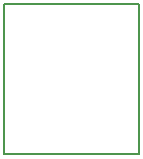
<source format=gbr>
G04 #@! TF.GenerationSoftware,KiCad,Pcbnew,5.0.2-bee76a0~70~ubuntu18.04.1*
G04 #@! TF.CreationDate,2019-03-08T21:36:31-05:00*
G04 #@! TF.ProjectId,sot895,736f7438-3935-42e6-9b69-6361645f7063,rev?*
G04 #@! TF.SameCoordinates,Original*
G04 #@! TF.FileFunction,Profile,NP*
%FSLAX46Y46*%
G04 Gerber Fmt 4.6, Leading zero omitted, Abs format (unit mm)*
G04 Created by KiCad (PCBNEW 5.0.2-bee76a0~70~ubuntu18.04.1) date Fri 08 Mar 2019 21:36:31 EST*
%MOMM*%
%LPD*%
G01*
G04 APERTURE LIST*
%ADD10C,0.127000*%
G04 APERTURE END LIST*
D10*
X57150000Y-36830000D02*
X57150000Y-24130000D01*
X68580000Y-24130000D02*
X68580000Y-36830000D01*
X57150000Y-24130000D02*
X68580000Y-24130000D01*
X68580000Y-36830000D02*
X57150000Y-36830000D01*
M02*

</source>
